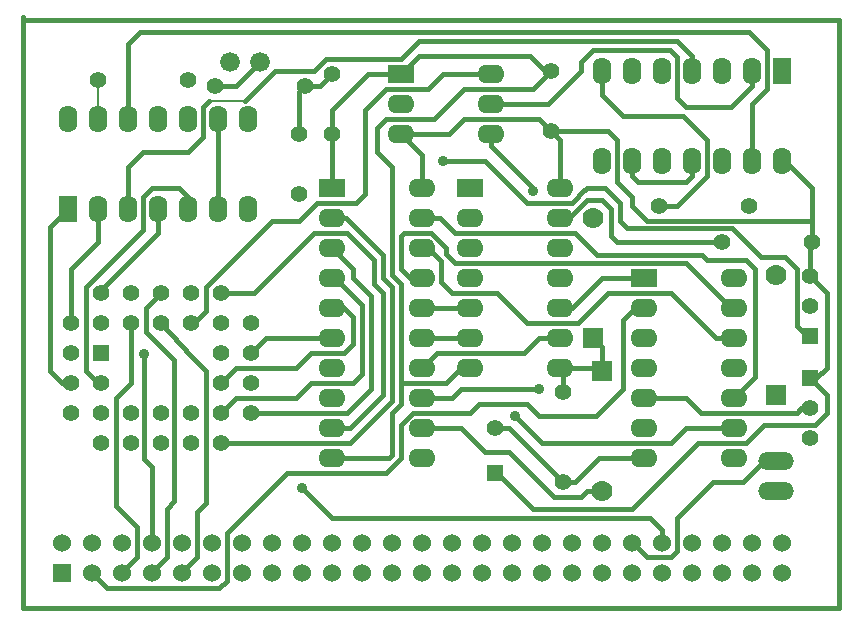
<source format=gtl>
G04 (created by PCBNEW-RS274X (2011-07-08 BZR 3044)-stable) date 06/10/2012 12:04:17*
G01*
G70*
G90*
%MOIN*%
G04 Gerber Fmt 3.4, Leading zero omitted, Abs format*
%FSLAX34Y34*%
G04 APERTURE LIST*
%ADD10C,0.006000*%
%ADD11C,0.015000*%
%ADD12C,0.055000*%
%ADD13R,0.062000X0.090000*%
%ADD14O,0.062000X0.090000*%
%ADD15R,0.055000X0.055000*%
%ADD16C,0.070000*%
%ADD17R,0.070000X0.070000*%
%ADD18R,0.090000X0.062000*%
%ADD19O,0.090000X0.062000*%
%ADD20O,0.118700X0.059300*%
%ADD21C,0.066000*%
%ADD22R,0.060000X0.060000*%
%ADD23C,0.060000*%
%ADD24C,0.035000*%
%ADD25C,0.008000*%
G04 APERTURE END LIST*
G54D10*
G54D11*
X07000Y-08100D02*
X07000Y-08000D01*
X34200Y-08100D02*
X07000Y-08100D01*
X34200Y-27700D02*
X34200Y-08100D01*
X07000Y-27700D02*
X34200Y-27700D01*
X07000Y-08100D02*
X07000Y-27700D01*
G54D12*
X16200Y-11900D03*
X16200Y-13900D03*
X17300Y-09900D03*
X17300Y-11900D03*
X24600Y-11800D03*
X24600Y-09800D03*
G54D13*
X08500Y-14400D03*
G54D14*
X09500Y-14400D03*
X10500Y-14400D03*
X11500Y-14400D03*
X12500Y-14400D03*
X13500Y-14400D03*
X14500Y-14400D03*
X14500Y-11400D03*
X13500Y-11400D03*
X12500Y-11400D03*
X11500Y-11400D03*
X10500Y-11400D03*
X09500Y-11400D03*
X08500Y-11400D03*
G54D15*
X22750Y-23200D03*
G54D12*
X22750Y-21700D03*
G54D16*
X26000Y-14700D03*
G54D17*
X26000Y-18700D03*
G54D12*
X25000Y-20500D03*
X25000Y-23500D03*
G54D16*
X26300Y-23800D03*
G54D17*
X26300Y-19800D03*
G54D15*
X33250Y-20050D03*
G54D12*
X33250Y-21050D03*
X33250Y-22050D03*
G54D15*
X33250Y-18650D03*
G54D12*
X33250Y-17650D03*
X33250Y-16650D03*
X16400Y-10300D03*
X13400Y-10300D03*
X12500Y-10100D03*
X09500Y-10100D03*
X30300Y-15500D03*
X33300Y-15500D03*
G54D18*
X19600Y-09900D03*
G54D19*
X19600Y-10900D03*
X19600Y-11900D03*
X22600Y-11900D03*
X22600Y-10900D03*
X22600Y-09900D03*
G54D18*
X27700Y-16700D03*
G54D19*
X27700Y-17700D03*
X27700Y-18700D03*
X27700Y-19700D03*
X27700Y-20700D03*
X27700Y-21700D03*
X27700Y-22700D03*
X30700Y-22700D03*
X30700Y-21700D03*
X30700Y-20700D03*
X30700Y-19700D03*
X30700Y-18700D03*
X30700Y-17700D03*
X30700Y-16700D03*
G54D15*
X09600Y-19200D03*
G54D12*
X08600Y-20200D03*
X09600Y-20200D03*
X08600Y-21200D03*
X09600Y-22200D03*
X09600Y-21200D03*
X10600Y-22200D03*
X10600Y-21200D03*
X11600Y-22200D03*
X11600Y-21200D03*
X12600Y-22200D03*
X12600Y-21200D03*
X13600Y-22200D03*
X14600Y-21200D03*
X13600Y-21200D03*
X14600Y-20200D03*
X13600Y-20200D03*
X14600Y-19200D03*
X13600Y-19200D03*
X14600Y-18200D03*
X13600Y-17200D03*
X13600Y-18200D03*
X12600Y-17200D03*
X12600Y-18200D03*
X11600Y-17200D03*
X11600Y-18200D03*
X10600Y-17200D03*
X10600Y-18200D03*
X09600Y-18200D03*
X08600Y-19200D03*
X09600Y-17200D03*
X08600Y-18200D03*
G54D13*
X32300Y-09800D03*
G54D14*
X31300Y-09800D03*
X30300Y-09800D03*
X29300Y-09800D03*
X28300Y-09800D03*
X27300Y-09800D03*
X26300Y-09800D03*
X26300Y-12800D03*
X27300Y-12800D03*
X28300Y-12800D03*
X29300Y-12800D03*
X30300Y-12800D03*
X31300Y-12800D03*
X32300Y-12800D03*
G54D18*
X21900Y-13700D03*
G54D19*
X21900Y-14700D03*
X21900Y-15700D03*
X21900Y-16700D03*
X21900Y-17700D03*
X21900Y-18700D03*
X21900Y-19700D03*
X24900Y-19700D03*
X24900Y-18700D03*
X24900Y-17700D03*
X24900Y-16700D03*
X24900Y-15700D03*
X24900Y-14700D03*
X24900Y-13700D03*
G54D18*
X17300Y-13700D03*
G54D19*
X17300Y-14700D03*
X17300Y-15700D03*
X17300Y-16700D03*
X17300Y-17700D03*
X17300Y-18700D03*
X17300Y-19700D03*
X17300Y-20700D03*
X17300Y-21700D03*
X17300Y-22700D03*
X20300Y-22700D03*
X20300Y-21700D03*
X20300Y-20700D03*
X20300Y-19700D03*
X20300Y-18700D03*
X20300Y-17700D03*
X20300Y-16700D03*
X20300Y-15700D03*
X20300Y-14700D03*
X20300Y-13700D03*
G54D16*
X32100Y-16600D03*
G54D17*
X32100Y-20600D03*
G54D20*
X32100Y-22800D03*
X32100Y-23800D03*
G54D21*
X14900Y-09500D03*
X13900Y-09500D03*
G54D12*
X31200Y-14300D03*
X28200Y-14300D03*
G54D22*
X08294Y-26531D03*
G54D23*
X08294Y-25531D03*
X09294Y-26531D03*
X09294Y-25531D03*
X10294Y-26531D03*
X10294Y-25531D03*
X11294Y-26531D03*
X11294Y-25531D03*
X12294Y-26531D03*
X12294Y-25531D03*
X13294Y-26531D03*
X13294Y-25531D03*
X14294Y-26531D03*
X14294Y-25531D03*
X15294Y-26531D03*
X15294Y-25531D03*
X16294Y-26531D03*
X16294Y-25531D03*
X17294Y-26531D03*
X17294Y-25531D03*
X18294Y-26531D03*
X18294Y-25531D03*
X19294Y-26531D03*
X19294Y-25531D03*
X20294Y-26531D03*
X20294Y-25531D03*
X21294Y-26531D03*
X21294Y-25531D03*
X22294Y-26531D03*
X22294Y-25531D03*
X23294Y-26531D03*
X23294Y-25531D03*
X24294Y-26531D03*
X24294Y-25531D03*
X25294Y-26531D03*
X25294Y-25531D03*
X26294Y-26531D03*
X26294Y-25531D03*
X27294Y-26531D03*
X27294Y-25531D03*
X28294Y-26531D03*
X28294Y-25531D03*
X29294Y-26531D03*
X29294Y-25531D03*
X30294Y-26531D03*
X30294Y-25531D03*
X31294Y-26531D03*
X31294Y-25531D03*
X32294Y-26531D03*
X32294Y-25531D03*
G54D24*
X11050Y-19250D03*
X24200Y-20400D03*
X24000Y-13800D03*
X21000Y-12800D03*
X23400Y-21300D03*
X16300Y-23700D03*
G54D11*
X11050Y-22750D02*
X11050Y-19250D01*
X11294Y-25531D02*
X11294Y-22994D01*
X11294Y-22994D02*
X11050Y-22750D01*
X11294Y-26506D02*
X11800Y-26000D01*
X11100Y-17700D02*
X11100Y-17800D01*
X11800Y-26000D02*
X11800Y-24400D01*
X11100Y-17800D02*
X11100Y-18500D01*
X11294Y-26531D02*
X11294Y-26506D01*
X11600Y-17200D02*
X11100Y-17700D01*
X11100Y-18500D02*
X12050Y-19450D01*
X12050Y-24150D02*
X11800Y-24400D01*
X12050Y-19450D02*
X12050Y-24150D01*
X10800Y-25000D02*
X10750Y-24950D01*
X10600Y-20200D02*
X10100Y-20700D01*
X10800Y-26000D02*
X10800Y-25000D01*
X10294Y-26506D02*
X10800Y-26000D01*
X10294Y-26531D02*
X10294Y-26506D01*
X10600Y-20200D02*
X10600Y-18200D01*
X10100Y-20700D02*
X10100Y-24300D01*
X10100Y-24300D02*
X10750Y-24950D01*
X26100Y-21300D02*
X26500Y-20900D01*
X24200Y-21300D02*
X26100Y-21300D01*
X23500Y-20900D02*
X23800Y-20900D01*
X22200Y-20900D02*
X21900Y-21200D01*
X27400Y-17700D02*
X27000Y-18100D01*
X27000Y-18100D02*
X27000Y-20400D01*
X27700Y-17700D02*
X27400Y-17700D01*
X27000Y-20400D02*
X26500Y-20900D01*
X23500Y-20900D02*
X22200Y-20900D01*
X20000Y-21200D02*
X19600Y-21600D01*
X19400Y-22900D02*
X19100Y-23200D01*
X19100Y-23200D02*
X19000Y-23200D01*
X19000Y-23200D02*
X15800Y-23200D01*
X15800Y-23200D02*
X13800Y-25200D01*
X13800Y-25200D02*
X13800Y-26800D01*
X13500Y-27050D02*
X13550Y-27050D01*
X09813Y-27050D02*
X09294Y-26531D01*
X13500Y-27050D02*
X09813Y-27050D01*
X13550Y-27050D02*
X13800Y-26800D01*
G54D25*
X19100Y-23200D02*
X15800Y-23200D01*
X19500Y-22800D02*
X19100Y-23200D01*
G54D11*
X19600Y-21600D02*
X19600Y-22700D01*
X19600Y-22700D02*
X19400Y-22900D01*
X21900Y-21200D02*
X20000Y-21200D01*
X19500Y-22800D02*
X19400Y-22900D01*
X23800Y-20900D02*
X24200Y-21300D01*
X12600Y-19300D02*
X13100Y-19800D01*
X12294Y-26531D02*
X12294Y-26506D01*
X11600Y-18200D02*
X12600Y-19300D01*
X12294Y-26506D02*
X12800Y-26000D01*
X12800Y-24500D02*
X13100Y-24200D01*
X13100Y-19800D02*
X13100Y-24200D01*
X12800Y-26000D02*
X12800Y-24500D01*
X28800Y-24700D02*
X30000Y-23500D01*
X28800Y-25800D02*
X28800Y-24700D01*
X28600Y-26000D02*
X28800Y-25800D01*
X31000Y-23500D02*
X31700Y-22800D01*
X27331Y-25531D02*
X27800Y-26000D01*
X31700Y-22800D02*
X32100Y-22800D01*
X27800Y-26000D02*
X28600Y-26000D01*
X27294Y-25531D02*
X27331Y-25531D01*
X30000Y-23500D02*
X31000Y-23500D01*
X17300Y-14700D02*
X17768Y-14700D01*
X19297Y-16997D02*
X19000Y-16700D01*
X17800Y-22200D02*
X17900Y-22200D01*
X17800Y-22200D02*
X13600Y-22200D01*
X19297Y-17003D02*
X19297Y-17000D01*
X19000Y-15932D02*
X17768Y-14700D01*
X19297Y-20803D02*
X19297Y-17003D01*
X19297Y-17000D02*
X19297Y-16997D01*
X17900Y-22200D02*
X19297Y-20803D01*
X19000Y-16700D02*
X19000Y-15932D01*
X18000Y-16400D02*
X18000Y-16700D01*
X17300Y-15700D02*
X18000Y-16400D01*
X17800Y-21200D02*
X17900Y-21100D01*
X17900Y-21100D02*
X18600Y-20400D01*
X18000Y-16700D02*
X18600Y-17300D01*
X18600Y-20400D02*
X18600Y-17300D01*
X14600Y-21200D02*
X17800Y-21200D01*
X14100Y-20700D02*
X13600Y-21200D01*
X17400Y-16700D02*
X18300Y-17600D01*
X18300Y-19900D02*
X18300Y-17600D01*
X16100Y-20700D02*
X14100Y-20700D01*
X16600Y-20200D02*
X16100Y-20700D01*
X18000Y-20200D02*
X18300Y-19900D01*
X18000Y-20200D02*
X16600Y-20200D01*
X17300Y-16700D02*
X17400Y-16700D01*
X17700Y-19200D02*
X16600Y-19200D01*
X16600Y-19200D02*
X16100Y-19700D01*
X18000Y-18000D02*
X18000Y-18900D01*
X14100Y-19700D02*
X13600Y-20200D01*
X18000Y-18900D02*
X17700Y-19200D01*
X17300Y-17700D02*
X17700Y-17700D01*
X17700Y-17700D02*
X18000Y-18000D01*
X16100Y-19700D02*
X14100Y-19700D01*
X15100Y-18700D02*
X14600Y-19200D01*
X17300Y-18700D02*
X15100Y-18700D01*
X19000Y-17200D02*
X18700Y-16900D01*
X18700Y-16100D02*
X18700Y-16900D01*
X19000Y-20600D02*
X19000Y-17200D01*
X17800Y-15200D02*
X18300Y-15700D01*
X16700Y-15200D02*
X16300Y-15600D01*
X16300Y-15600D02*
X14700Y-17200D01*
X17800Y-15200D02*
X16700Y-15200D01*
X18300Y-15700D02*
X18700Y-16100D01*
G54D25*
X16300Y-15600D02*
X16300Y-15600D01*
G54D11*
X13600Y-17200D02*
X14700Y-17200D01*
X17900Y-21700D02*
X19000Y-20600D01*
X17300Y-21700D02*
X17900Y-21700D01*
X21400Y-15200D02*
X22500Y-15200D01*
X31400Y-17000D02*
X31400Y-16600D01*
X30800Y-16100D02*
X29800Y-16100D01*
X20300Y-14700D02*
X20900Y-14700D01*
X20900Y-14700D02*
X21400Y-15200D01*
X31400Y-16600D02*
X31400Y-16400D01*
X29800Y-16100D02*
X29650Y-15950D01*
X31300Y-20100D02*
X31400Y-20000D01*
X29650Y-15950D02*
X26150Y-15950D01*
X31200Y-20200D02*
X30700Y-20700D01*
X31200Y-20200D02*
X31300Y-20100D01*
X31400Y-16400D02*
X31100Y-16100D01*
X22500Y-15200D02*
X24600Y-15200D01*
X09600Y-17100D02*
X11500Y-15200D01*
X09600Y-17200D02*
X09600Y-17100D01*
X11500Y-14400D02*
X11500Y-15200D01*
X25400Y-15200D02*
X26150Y-15950D01*
X24600Y-15200D02*
X25400Y-15200D01*
X31100Y-16100D02*
X30800Y-16100D01*
X31400Y-20000D02*
X31400Y-17000D01*
X25500Y-18200D02*
X23800Y-18200D01*
X22900Y-17300D02*
X22800Y-17200D01*
X22900Y-17300D02*
X23800Y-18200D01*
X20950Y-16850D02*
X21300Y-17200D01*
X20950Y-16150D02*
X20550Y-15750D01*
X20550Y-15750D02*
X20300Y-15700D01*
X20950Y-16150D02*
X20950Y-16850D01*
X26500Y-17200D02*
X25500Y-18200D01*
X29700Y-18300D02*
X28600Y-17200D01*
X28600Y-17200D02*
X26500Y-17200D01*
X09600Y-20200D02*
X09500Y-20200D01*
X10500Y-15600D02*
X09100Y-17000D01*
X09500Y-20200D02*
X09100Y-19800D01*
X09100Y-19800D02*
X09100Y-17000D01*
X29700Y-18300D02*
X29700Y-18300D01*
X30100Y-18700D02*
X29700Y-18300D01*
X10500Y-15600D02*
X11000Y-15100D01*
X11300Y-13700D02*
X11000Y-14000D01*
X11000Y-15100D02*
X11000Y-14000D01*
X12500Y-14000D02*
X12200Y-13700D01*
X12200Y-13700D02*
X11300Y-13700D01*
X12500Y-14400D02*
X12500Y-14000D01*
G54D25*
X10500Y-15600D02*
X10500Y-15600D01*
G54D11*
X30700Y-18700D02*
X30100Y-18700D01*
X22800Y-17200D02*
X21300Y-17200D01*
X19600Y-16400D02*
X19600Y-15300D01*
X19600Y-15300D02*
X19700Y-15200D01*
X08600Y-20200D02*
X08300Y-20200D01*
X08300Y-20200D02*
X07900Y-19800D01*
X07900Y-19800D02*
X07900Y-18000D01*
X25500Y-16200D02*
X21400Y-16200D01*
X21100Y-15900D02*
X21100Y-15700D01*
X21400Y-16200D02*
X21100Y-15900D01*
X29100Y-16200D02*
X25500Y-16200D01*
X30600Y-17700D02*
X29100Y-16200D01*
G54D25*
X30700Y-17700D02*
X30700Y-17700D01*
G54D11*
X08500Y-14400D02*
X07900Y-15000D01*
X07900Y-15000D02*
X07900Y-18000D01*
G54D25*
X07900Y-18000D02*
X07900Y-18500D01*
X07900Y-18500D02*
X07900Y-18700D01*
X07900Y-19800D02*
X07900Y-18500D01*
G54D11*
X30700Y-17700D02*
X30600Y-17700D01*
X20300Y-16700D02*
X19900Y-16700D01*
X20600Y-15200D02*
X21100Y-15700D01*
X19700Y-15200D02*
X20600Y-15200D01*
X19900Y-16700D02*
X19600Y-16400D01*
X08600Y-18200D02*
X08600Y-16400D01*
X08600Y-16400D02*
X09500Y-15500D01*
X09500Y-14400D02*
X09500Y-15500D01*
X21900Y-17700D02*
X20300Y-17700D01*
X20300Y-18700D02*
X21900Y-18700D01*
X23700Y-19200D02*
X20800Y-19200D01*
X24900Y-18700D02*
X24200Y-18700D01*
X24200Y-18700D02*
X23700Y-19200D01*
X20800Y-19200D02*
X20300Y-19700D01*
X20300Y-20700D02*
X21300Y-20700D01*
X24200Y-20400D02*
X21600Y-20400D01*
X21300Y-20700D02*
X21600Y-20400D01*
X21600Y-20400D02*
X21400Y-20600D01*
X26300Y-23800D02*
X25800Y-23800D01*
X24700Y-24000D02*
X23200Y-22500D01*
X25600Y-24000D02*
X24700Y-24000D01*
X25800Y-23800D02*
X25600Y-24000D01*
X23200Y-22500D02*
X23100Y-22500D01*
X23100Y-22500D02*
X22400Y-22500D01*
X26300Y-23800D02*
X26300Y-23700D01*
G54D25*
X26300Y-23700D02*
X26300Y-23700D01*
G54D11*
X22400Y-22500D02*
X21600Y-21700D01*
X20300Y-21700D02*
X21600Y-21700D01*
X29100Y-20700D02*
X29600Y-21200D01*
X30400Y-21200D02*
X32800Y-21200D01*
X29600Y-21200D02*
X30400Y-21200D01*
X32950Y-21050D02*
X32800Y-21200D01*
X27700Y-20700D02*
X29100Y-20700D01*
X33250Y-21050D02*
X32950Y-21050D01*
X30600Y-11000D02*
X31300Y-10300D01*
X26000Y-09100D02*
X28570Y-09100D01*
X25600Y-09500D02*
X26000Y-09100D01*
X31300Y-10300D02*
X31300Y-09800D01*
X22600Y-10900D02*
X24500Y-10900D01*
X28570Y-09100D02*
X28800Y-09330D01*
X25600Y-09800D02*
X25600Y-09500D01*
X29100Y-11000D02*
X30600Y-11000D01*
X28800Y-09330D02*
X28800Y-10700D01*
X24500Y-10900D02*
X25600Y-09800D01*
X28800Y-10700D02*
X29100Y-11000D01*
X19600Y-20200D02*
X19600Y-20900D01*
X19203Y-22700D02*
X17300Y-22700D01*
X19600Y-20900D02*
X19300Y-21200D01*
X19203Y-22700D02*
X19300Y-22603D01*
X19300Y-22603D02*
X19300Y-21200D01*
X21900Y-19700D02*
X21600Y-19700D01*
X19300Y-16600D02*
X19600Y-16900D01*
X19300Y-13000D02*
X18800Y-12500D01*
X24000Y-10400D02*
X24600Y-09800D01*
X21700Y-10400D02*
X24000Y-10400D01*
X20700Y-11400D02*
X21700Y-10400D01*
X19100Y-11400D02*
X20700Y-11400D01*
X18800Y-11700D02*
X19100Y-11400D01*
X18800Y-12500D02*
X18800Y-11700D01*
X19300Y-14600D02*
X19300Y-13000D01*
X19300Y-16600D02*
X19300Y-14600D01*
X19600Y-16900D02*
X19600Y-20200D01*
X21100Y-20200D02*
X19600Y-20200D01*
X21600Y-19700D02*
X21100Y-20200D01*
X28200Y-14300D02*
X28800Y-14300D01*
X26300Y-10600D02*
X26300Y-09800D01*
X27000Y-11300D02*
X26300Y-10600D01*
X29000Y-11300D02*
X27000Y-11300D01*
X29800Y-12100D02*
X29000Y-11300D01*
X29800Y-13300D02*
X29800Y-12100D01*
X28800Y-14300D02*
X29800Y-13300D01*
X25000Y-23500D02*
X25400Y-23500D01*
X26200Y-22700D02*
X27700Y-22700D01*
X25400Y-23500D02*
X26200Y-22700D01*
X22750Y-21700D02*
X23200Y-21700D01*
X23200Y-21700D02*
X25000Y-23500D01*
X26300Y-09800D02*
X26300Y-10000D01*
X17300Y-13700D02*
X17300Y-11900D01*
X24400Y-09800D02*
X23900Y-09300D01*
X24600Y-09800D02*
X24400Y-09800D01*
X23900Y-09300D02*
X20200Y-09300D01*
X20200Y-09300D02*
X19600Y-09900D01*
G54D25*
X20200Y-09300D02*
X19600Y-09900D01*
X23900Y-09300D02*
X20200Y-09300D01*
X24400Y-09800D02*
X23900Y-09300D01*
G54D11*
X17300Y-11900D02*
X17300Y-11100D01*
X18500Y-09900D02*
X19600Y-09900D01*
X17300Y-11100D02*
X18500Y-09900D01*
X22600Y-11900D02*
X22600Y-12300D01*
X22600Y-12300D02*
X23400Y-13100D01*
X24000Y-13700D02*
X23400Y-13100D01*
X24000Y-13800D02*
X24000Y-13700D01*
X26300Y-14100D02*
X26600Y-14400D01*
X24900Y-14700D02*
X25200Y-14700D01*
X25200Y-14700D02*
X25800Y-14100D01*
X28100Y-15500D02*
X26800Y-15500D01*
X26800Y-15500D02*
X26600Y-15300D01*
X26600Y-15300D02*
X26600Y-14400D01*
X30300Y-15500D02*
X28100Y-15500D01*
X25800Y-14100D02*
X26300Y-14100D01*
X25300Y-17700D02*
X24900Y-17700D01*
X26300Y-16700D02*
X25300Y-17700D01*
X27700Y-16700D02*
X26300Y-16700D01*
X25000Y-20500D02*
X25000Y-19800D01*
X25000Y-19800D02*
X24900Y-19700D01*
X24900Y-19700D02*
X26200Y-19700D01*
X26200Y-19700D02*
X26300Y-19800D01*
X26300Y-19800D02*
X26300Y-19000D01*
X26300Y-19000D02*
X26000Y-18700D01*
X29100Y-13500D02*
X29300Y-13300D01*
X27300Y-12800D02*
X27300Y-13300D01*
X27500Y-13500D02*
X29100Y-13500D01*
X29300Y-13300D02*
X29300Y-12800D01*
X27300Y-13300D02*
X27500Y-13500D01*
X28032Y-15032D02*
X27132Y-15032D01*
X27132Y-15032D02*
X27100Y-15000D01*
X26900Y-14800D02*
X26900Y-14200D01*
X25300Y-14200D02*
X25400Y-14100D01*
X22400Y-12800D02*
X22800Y-13200D01*
X24500Y-14200D02*
X23800Y-14200D01*
X22400Y-12800D02*
X21000Y-12800D01*
X23800Y-14200D02*
X22800Y-13200D01*
X24500Y-14200D02*
X25300Y-14200D01*
X25400Y-14100D02*
X25650Y-13850D01*
X25800Y-13700D02*
X25650Y-13850D01*
X26900Y-14200D02*
X26800Y-14100D01*
X26400Y-13700D02*
X25800Y-13700D01*
X26400Y-13700D02*
X26800Y-14100D01*
X27100Y-15000D02*
X26900Y-14800D01*
G54D25*
X21000Y-12800D02*
X21000Y-12800D01*
G54D11*
X33250Y-18650D02*
X33150Y-18650D01*
X32800Y-18300D02*
X32800Y-16400D01*
X33150Y-18650D02*
X32800Y-18300D01*
X28032Y-15032D02*
X30600Y-15032D01*
X30632Y-15032D02*
X31600Y-16000D01*
X31600Y-16000D02*
X32400Y-16000D01*
X30600Y-15032D02*
X30632Y-15032D01*
X32800Y-16400D02*
X32400Y-16000D01*
X13500Y-14400D02*
X13500Y-11400D01*
X23400Y-21300D02*
X24100Y-22000D01*
X28600Y-22200D02*
X29100Y-21700D01*
X24300Y-22200D02*
X28600Y-22200D01*
X24100Y-22000D02*
X24300Y-22200D01*
X29100Y-21700D02*
X30700Y-21700D01*
X10500Y-13000D02*
X11000Y-12500D01*
X17900Y-09400D02*
X19600Y-09400D01*
X29300Y-09800D02*
X29300Y-09300D01*
X29300Y-09300D02*
X28800Y-08800D01*
X17100Y-09400D02*
X16700Y-09800D01*
X13000Y-11000D02*
X13200Y-10800D01*
X13000Y-12000D02*
X13000Y-11000D01*
X12500Y-12500D02*
X13000Y-12000D01*
X16700Y-09800D02*
X15400Y-09800D01*
X17900Y-09400D02*
X17100Y-09400D01*
X19600Y-09400D02*
X20200Y-08800D01*
X28800Y-08800D02*
X20200Y-08800D01*
G54D25*
X13200Y-10800D02*
X14400Y-10800D01*
G54D11*
X11000Y-12500D02*
X12500Y-12500D01*
X10500Y-14400D02*
X10500Y-13000D01*
G54D25*
X10500Y-14000D02*
X10500Y-14400D01*
G54D11*
X14400Y-10800D02*
X15400Y-09800D01*
G54D25*
X09500Y-11400D02*
X09500Y-10700D01*
X09500Y-11400D02*
X09500Y-10100D01*
G54D11*
X13400Y-10300D02*
X14100Y-10300D01*
X14100Y-10300D02*
X14900Y-09500D01*
X18400Y-13900D02*
X18400Y-11100D01*
X20500Y-10400D02*
X19100Y-10400D01*
X18100Y-14200D02*
X18400Y-13900D01*
X16500Y-14500D02*
X16700Y-14300D01*
X21000Y-09900D02*
X20500Y-10400D01*
X21000Y-09900D02*
X22600Y-09900D01*
X19100Y-10400D02*
X18400Y-11100D01*
X16800Y-14200D02*
X16700Y-14300D01*
X18100Y-14200D02*
X16800Y-14200D01*
X27900Y-24700D02*
X17300Y-24700D01*
X12600Y-18200D02*
X12700Y-18200D01*
X12700Y-18200D02*
X13100Y-17800D01*
X15300Y-14800D02*
X16200Y-14800D01*
X16200Y-14800D02*
X16500Y-14500D01*
X13100Y-17000D02*
X13300Y-16800D01*
X13100Y-17800D02*
X13100Y-17000D01*
X13300Y-16800D02*
X15300Y-14800D01*
X17300Y-24700D02*
X16300Y-23700D01*
X28294Y-25094D02*
X28294Y-25531D01*
X28294Y-25094D02*
X27900Y-24700D01*
G54D25*
X16500Y-14500D02*
X16500Y-14500D01*
G54D11*
X24600Y-11800D02*
X26500Y-11800D01*
X29900Y-14800D02*
X27800Y-14800D01*
X27800Y-14800D02*
X27300Y-14300D01*
X27300Y-14300D02*
X27300Y-14000D01*
X27300Y-14000D02*
X26800Y-13500D01*
X26800Y-13500D02*
X26800Y-12100D01*
X26800Y-12100D02*
X26500Y-11800D01*
X33800Y-20800D02*
X33800Y-21200D01*
X29500Y-22200D02*
X27300Y-24400D01*
X31100Y-22200D02*
X29500Y-22200D01*
X31700Y-21600D02*
X31100Y-22200D01*
X33400Y-21600D02*
X31700Y-21600D01*
X33800Y-21200D02*
X33400Y-21600D01*
X24900Y-13700D02*
X24900Y-12100D01*
X24900Y-12100D02*
X24600Y-11800D01*
X20300Y-13700D02*
X20300Y-12600D01*
X20300Y-12600D02*
X19600Y-11900D01*
X33300Y-14800D02*
X29900Y-14800D01*
X16400Y-10300D02*
X16900Y-10300D01*
X16900Y-10300D02*
X17300Y-09900D01*
X16200Y-11900D02*
X16200Y-10500D01*
X16200Y-10500D02*
X16400Y-10300D01*
X19600Y-11900D02*
X21200Y-11900D01*
X21200Y-11900D02*
X21700Y-11400D01*
X21700Y-11400D02*
X24200Y-11400D01*
X24200Y-11400D02*
X24600Y-11800D01*
G54D25*
X25200Y-11800D02*
X26500Y-11800D01*
G54D11*
X32300Y-12800D02*
X32400Y-12800D01*
X33300Y-14700D02*
X33300Y-13700D01*
X33300Y-14800D02*
X33300Y-14700D01*
X32400Y-12800D02*
X33300Y-13700D01*
X33300Y-15500D02*
X33300Y-14800D01*
X33250Y-16650D02*
X33250Y-15550D01*
X33250Y-15550D02*
X33300Y-15500D01*
X22750Y-23200D02*
X22800Y-23200D01*
X24000Y-24400D02*
X27300Y-24400D01*
X22800Y-23200D02*
X24000Y-24400D01*
X33800Y-20800D02*
X33800Y-20600D01*
X33800Y-20600D02*
X33250Y-20050D01*
X33250Y-20050D02*
X33450Y-20050D01*
X33800Y-17200D02*
X33250Y-16650D01*
X33800Y-19700D02*
X33800Y-17200D01*
X33450Y-20050D02*
X33800Y-19700D01*
G54D25*
X33250Y-16650D02*
X33150Y-16650D01*
G54D11*
X31300Y-10900D02*
X31800Y-10400D01*
X10500Y-11400D02*
X10500Y-08900D01*
X31300Y-10900D02*
X31300Y-12800D01*
X10900Y-08500D02*
X10500Y-08900D01*
X31200Y-08500D02*
X10900Y-08500D01*
X31800Y-09100D02*
X31200Y-08500D01*
X31800Y-10400D02*
X31800Y-09100D01*
G54D25*
X31300Y-12800D02*
X31300Y-12200D01*
X10500Y-11400D02*
X10500Y-10900D01*
M02*

</source>
